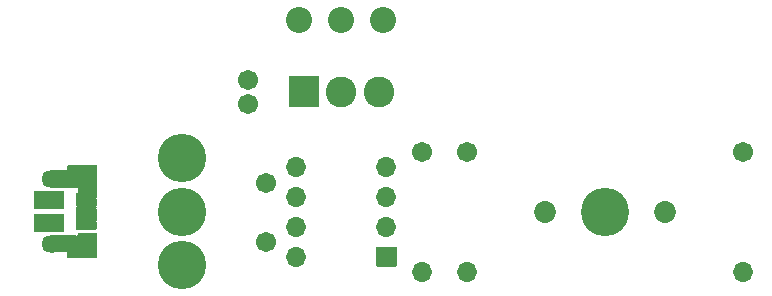
<source format=gbr>
G04 #@! TF.GenerationSoftware,KiCad,Pcbnew,(5.1.8-0-10_14)*
G04 #@! TF.CreationDate,2020-12-18T18:08:01+11:00*
G04 #@! TF.ProjectId,WS2812B_Controller_Board,57533238-3132-4425-9f43-6f6e74726f6c,rev?*
G04 #@! TF.SameCoordinates,Original*
G04 #@! TF.FileFunction,Soldermask,Top*
G04 #@! TF.FilePolarity,Negative*
%FSLAX46Y46*%
G04 Gerber Fmt 4.6, Leading zero omitted, Abs format (unit mm)*
G04 Created by KiCad (PCBNEW (5.1.8-0-10_14)) date 2020-12-18 18:08:01*
%MOMM*%
%LPD*%
G01*
G04 APERTURE LIST*
%ADD10C,2.202000*%
%ADD11C,1.702000*%
%ADD12O,1.702000X1.702000*%
%ADD13C,4.102000*%
%ADD14C,1.852000*%
%ADD15C,4.089800*%
%ADD16C,2.601360*%
%ADD17O,1.802000X1.452000*%
%ADD18O,1.602000X1.202000*%
%ADD19C,0.100000*%
G04 APERTURE END LIST*
D10*
X133858000Y-78994000D03*
X137414000Y-78994000D03*
X140970000Y-78994000D03*
D11*
X171450000Y-90170000D03*
D12*
X171450000Y-100330000D03*
X148082000Y-100330000D03*
D11*
X148082000Y-90170000D03*
G36*
G01*
X142075000Y-98260000D02*
X142075000Y-99860000D01*
G75*
G02*
X142024000Y-99911000I-51000J0D01*
G01*
X140424000Y-99911000D01*
G75*
G02*
X140373000Y-99860000I0J51000D01*
G01*
X140373000Y-98260000D01*
G75*
G02*
X140424000Y-98209000I51000J0D01*
G01*
X142024000Y-98209000D01*
G75*
G02*
X142075000Y-98260000I0J-51000D01*
G01*
G37*
D12*
X133604000Y-91440000D03*
X141224000Y-96520000D03*
X133604000Y-93980000D03*
X141224000Y-93980000D03*
X133604000Y-96520000D03*
X141224000Y-91440000D03*
X133604000Y-99060000D03*
D13*
X123952000Y-99750000D03*
X123952000Y-95250000D03*
X123952000Y-90750000D03*
D12*
X144272000Y-100330000D03*
D11*
X144272000Y-90170000D03*
D14*
X164846000Y-95250000D03*
X154686000Y-95250000D03*
D15*
X159766000Y-95250000D03*
G36*
G01*
X132938320Y-86339680D02*
X132938320Y-83840320D01*
G75*
G02*
X132989320Y-83789320I51000J0D01*
G01*
X135488680Y-83789320D01*
G75*
G02*
X135539680Y-83840320I0J-51000D01*
G01*
X135539680Y-86339680D01*
G75*
G02*
X135488680Y-86390680I-51000J0D01*
G01*
X132989320Y-86390680D01*
G75*
G02*
X132938320Y-86339680I0J51000D01*
G01*
G37*
D16*
X137414000Y-85090000D03*
X140589000Y-85090000D03*
G36*
G01*
X111360000Y-96900000D02*
X111360000Y-95470000D01*
G75*
G02*
X111411000Y-95419000I51000J0D01*
G01*
X113911000Y-95419000D01*
G75*
G02*
X113962000Y-95470000I0J-51000D01*
G01*
X113962000Y-96900000D01*
G75*
G02*
X113911000Y-96951000I-51000J0D01*
G01*
X111411000Y-96951000D01*
G75*
G02*
X111360000Y-96900000I0J51000D01*
G01*
G37*
G36*
G01*
X111360000Y-94980000D02*
X111360000Y-93550000D01*
G75*
G02*
X111411000Y-93499000I51000J0D01*
G01*
X113911000Y-93499000D01*
G75*
G02*
X113962000Y-93550000I0J-51000D01*
G01*
X113962000Y-94980000D01*
G75*
G02*
X113911000Y-95031000I-51000J0D01*
G01*
X111411000Y-95031000D01*
G75*
G02*
X111360000Y-94980000I0J51000D01*
G01*
G37*
D17*
X112931000Y-97955000D03*
X112931000Y-92495000D03*
D18*
X115931000Y-97645000D03*
X115931000Y-92805000D03*
G36*
G01*
X114935000Y-96725000D02*
X114935000Y-96325000D01*
G75*
G02*
X114986000Y-96274000I51000J0D01*
G01*
X116636000Y-96274000D01*
G75*
G02*
X116687000Y-96325000I0J-51000D01*
G01*
X116687000Y-96725000D01*
G75*
G02*
X116636000Y-96776000I-51000J0D01*
G01*
X114986000Y-96776000D01*
G75*
G02*
X114935000Y-96725000I0J51000D01*
G01*
G37*
G36*
G01*
X114935000Y-96075000D02*
X114935000Y-95675000D01*
G75*
G02*
X114986000Y-95624000I51000J0D01*
G01*
X116636000Y-95624000D01*
G75*
G02*
X116687000Y-95675000I0J-51000D01*
G01*
X116687000Y-96075000D01*
G75*
G02*
X116636000Y-96126000I-51000J0D01*
G01*
X114986000Y-96126000D01*
G75*
G02*
X114935000Y-96075000I0J51000D01*
G01*
G37*
G36*
G01*
X114935000Y-95425000D02*
X114935000Y-95025000D01*
G75*
G02*
X114986000Y-94974000I51000J0D01*
G01*
X116636000Y-94974000D01*
G75*
G02*
X116687000Y-95025000I0J-51000D01*
G01*
X116687000Y-95425000D01*
G75*
G02*
X116636000Y-95476000I-51000J0D01*
G01*
X114986000Y-95476000D01*
G75*
G02*
X114935000Y-95425000I0J51000D01*
G01*
G37*
G36*
G01*
X114935000Y-94775000D02*
X114935000Y-94375000D01*
G75*
G02*
X114986000Y-94324000I51000J0D01*
G01*
X116636000Y-94324000D01*
G75*
G02*
X116687000Y-94375000I0J-51000D01*
G01*
X116687000Y-94775000D01*
G75*
G02*
X116636000Y-94826000I-51000J0D01*
G01*
X114986000Y-94826000D01*
G75*
G02*
X114935000Y-94775000I0J51000D01*
G01*
G37*
G36*
G01*
X114935000Y-94125000D02*
X114935000Y-93725000D01*
G75*
G02*
X114986000Y-93674000I51000J0D01*
G01*
X116636000Y-93674000D01*
G75*
G02*
X116687000Y-93725000I0J-51000D01*
G01*
X116687000Y-94125000D01*
G75*
G02*
X116636000Y-94176000I-51000J0D01*
G01*
X114986000Y-94176000D01*
G75*
G02*
X114935000Y-94125000I0J51000D01*
G01*
G37*
G36*
G01*
X115181000Y-97074000D02*
X116681000Y-97074000D01*
G75*
G02*
X116732000Y-97125000I0J-51000D01*
G01*
X116732000Y-99125000D01*
G75*
G02*
X116681000Y-99176000I-51000J0D01*
G01*
X115181000Y-99176000D01*
G75*
G02*
X115130000Y-99125000I0J51000D01*
G01*
X115130000Y-97125000D01*
G75*
G02*
X115181000Y-97074000I51000J0D01*
G01*
G37*
G36*
G01*
X115161000Y-91324000D02*
X116661000Y-91324000D01*
G75*
G02*
X116712000Y-91375000I0J-51000D01*
G01*
X116712000Y-93375000D01*
G75*
G02*
X116661000Y-93426000I-51000J0D01*
G01*
X115161000Y-93426000D01*
G75*
G02*
X115110000Y-93375000I0J51000D01*
G01*
X115110000Y-91375000D01*
G75*
G02*
X115161000Y-91324000I51000J0D01*
G01*
G37*
G36*
G01*
X114260999Y-97261500D02*
X114961001Y-97261500D01*
G75*
G02*
X115012000Y-97312499I0J-50999D01*
G01*
X115012000Y-99137501D01*
G75*
G02*
X114961001Y-99188500I-50999J0D01*
G01*
X114260999Y-99188500D01*
G75*
G02*
X114210000Y-99137501I0J50999D01*
G01*
X114210000Y-97312499D01*
G75*
G02*
X114260999Y-97261500I50999J0D01*
G01*
G37*
G36*
G01*
X114260999Y-91311500D02*
X114961001Y-91311500D01*
G75*
G02*
X115012000Y-91362499I0J-50999D01*
G01*
X115012000Y-93187501D01*
G75*
G02*
X114961001Y-93238500I-50999J0D01*
G01*
X114260999Y-93238500D01*
G75*
G02*
X114210000Y-93187501I0J50999D01*
G01*
X114210000Y-91362499D01*
G75*
G02*
X114260999Y-91311500I50999J0D01*
G01*
G37*
G36*
G01*
X112861000Y-91769000D02*
X114861000Y-91769000D01*
G75*
G02*
X114912000Y-91820000I0J-51000D01*
G01*
X114912000Y-93170000D01*
G75*
G02*
X114861000Y-93221000I-51000J0D01*
G01*
X112861000Y-93221000D01*
G75*
G02*
X112810000Y-93170000I0J51000D01*
G01*
X112810000Y-91820000D01*
G75*
G02*
X112861000Y-91769000I51000J0D01*
G01*
G37*
G36*
G01*
X112861000Y-97249000D02*
X114861000Y-97249000D01*
G75*
G02*
X114912000Y-97300000I0J-51000D01*
G01*
X114912000Y-98650000D01*
G75*
G02*
X114861000Y-98701000I-51000J0D01*
G01*
X112861000Y-98701000D01*
G75*
G02*
X112810000Y-98650000I0J51000D01*
G01*
X112810000Y-97300000D01*
G75*
G02*
X112861000Y-97249000I51000J0D01*
G01*
G37*
D11*
X129540000Y-84106000D03*
X129540000Y-86106000D03*
X131064000Y-92790000D03*
X131064000Y-97790000D03*
D19*
G36*
X115131165Y-97122375D02*
G01*
X115132000Y-97124001D01*
X115132000Y-99174000D01*
X115136999Y-99174000D01*
X115138731Y-99175000D01*
X115138731Y-99177000D01*
X115137195Y-99177990D01*
X115113008Y-99180372D01*
X115089933Y-99187372D01*
X115084522Y-99190264D01*
X115083579Y-99190500D01*
X115012000Y-99190500D01*
X115010268Y-99189500D01*
X115010000Y-99188500D01*
X115010000Y-97263500D01*
X114912000Y-97263500D01*
X114910268Y-97262500D01*
X114910000Y-97261500D01*
X114910000Y-97249000D01*
X114911000Y-97247268D01*
X114912000Y-97247000D01*
X115004907Y-97247000D01*
X115028992Y-97244628D01*
X115052067Y-97237628D01*
X115073331Y-97226263D01*
X115091968Y-97210968D01*
X115107263Y-97192331D01*
X115118628Y-97171067D01*
X115125628Y-97147992D01*
X115128010Y-97123805D01*
X115129175Y-97122179D01*
X115131165Y-97122375D01*
G37*
G36*
X116688732Y-96125000D02*
G01*
X116689000Y-96126000D01*
X116689000Y-96274000D01*
X116688000Y-96275732D01*
X116687000Y-96276000D01*
X114935000Y-96276000D01*
X114933268Y-96275000D01*
X114933000Y-96274000D01*
X114933000Y-96126000D01*
X114934000Y-96124268D01*
X114935000Y-96124000D01*
X116687000Y-96124000D01*
X116688732Y-96125000D01*
G37*
G36*
X116688732Y-95475000D02*
G01*
X116689000Y-95476000D01*
X116689000Y-95624000D01*
X116688000Y-95625732D01*
X116687000Y-95626000D01*
X114935000Y-95626000D01*
X114933268Y-95625000D01*
X114933000Y-95624000D01*
X114933000Y-95476000D01*
X114934000Y-95474268D01*
X114935000Y-95474000D01*
X116687000Y-95474000D01*
X116688732Y-95475000D01*
G37*
G36*
X116688732Y-94825000D02*
G01*
X116689000Y-94826000D01*
X116689000Y-94974000D01*
X116688000Y-94975732D01*
X116687000Y-94976000D01*
X114935000Y-94976000D01*
X114933268Y-94975000D01*
X114933000Y-94974000D01*
X114933000Y-94826000D01*
X114934000Y-94824268D01*
X114935000Y-94824000D01*
X116687000Y-94824000D01*
X116688732Y-94825000D01*
G37*
G36*
X116688732Y-94175000D02*
G01*
X116689000Y-94176000D01*
X116689000Y-94324000D01*
X116688000Y-94325732D01*
X116687000Y-94326000D01*
X114935000Y-94326000D01*
X114933268Y-94325000D01*
X114933000Y-94324000D01*
X114933000Y-94176000D01*
X114934000Y-94174268D01*
X114935000Y-94174000D01*
X116687000Y-94174000D01*
X116688732Y-94175000D01*
G37*
G36*
X116713732Y-93425000D02*
G01*
X116714000Y-93426000D01*
X116714000Y-93476759D01*
X116713546Y-93478028D01*
X116709737Y-93482669D01*
X116698372Y-93503933D01*
X116691372Y-93527008D01*
X116689000Y-93551093D01*
X116689000Y-93674000D01*
X116688000Y-93675732D01*
X116687000Y-93676000D01*
X114985001Y-93676000D01*
X114983269Y-93675000D01*
X114983269Y-93673000D01*
X114984805Y-93672010D01*
X115008992Y-93669628D01*
X115032067Y-93662628D01*
X115053331Y-93651263D01*
X115071968Y-93635968D01*
X115087263Y-93617331D01*
X115098628Y-93596067D01*
X115105628Y-93572992D01*
X115108000Y-93548907D01*
X115108000Y-93426000D01*
X115109000Y-93424268D01*
X115110000Y-93424000D01*
X116712000Y-93424000D01*
X116713732Y-93425000D01*
G37*
G36*
X115084522Y-91309736D02*
G01*
X115089933Y-91312628D01*
X115113008Y-91319628D01*
X115137195Y-91322010D01*
X115138821Y-91323175D01*
X115138625Y-91325165D01*
X115136999Y-91326000D01*
X115112000Y-91326000D01*
X115112000Y-93363499D01*
X115111000Y-93365231D01*
X115109000Y-93365231D01*
X115108010Y-93363695D01*
X115105628Y-93339508D01*
X115098628Y-93316433D01*
X115087263Y-93295169D01*
X115071968Y-93276532D01*
X115053331Y-93261237D01*
X115032067Y-93249872D01*
X115008992Y-93242872D01*
X114984805Y-93240490D01*
X114983179Y-93239325D01*
X114983375Y-93237335D01*
X114985001Y-93236500D01*
X115010000Y-93236500D01*
X115010000Y-91311500D01*
X115011000Y-91309768D01*
X115012000Y-91309500D01*
X115083579Y-91309500D01*
X115084522Y-91309736D01*
G37*
M02*

</source>
